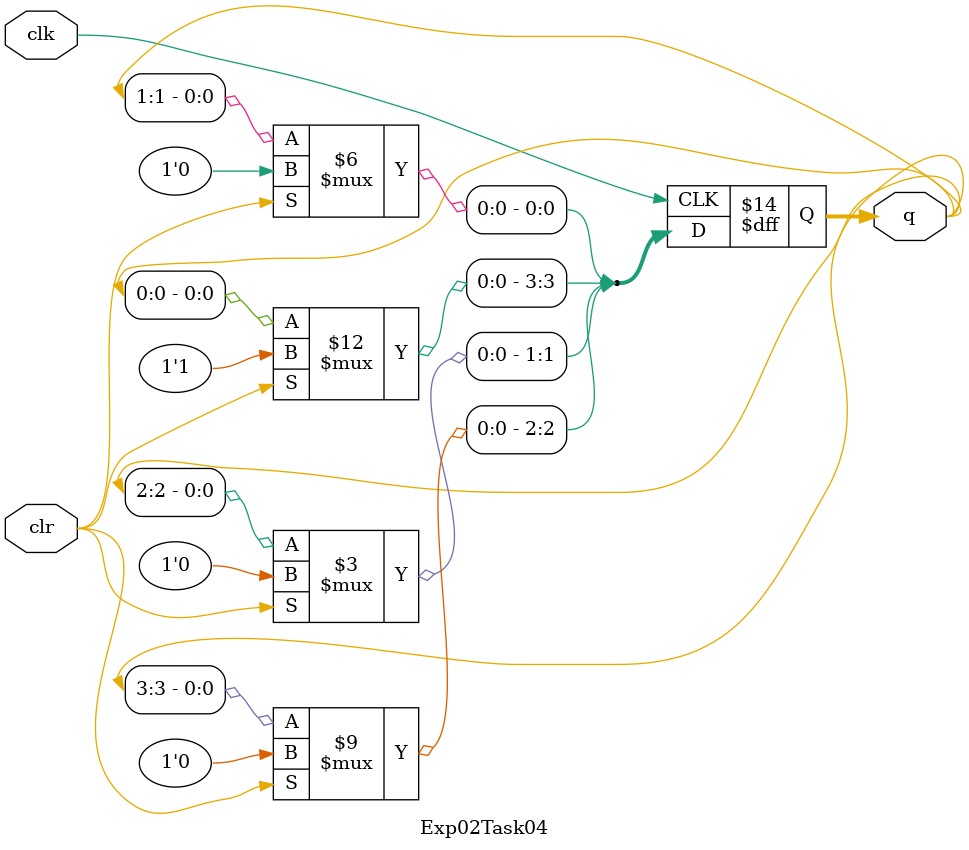
<source format=v>
module Exp02Task04 (clk , clr , q);

input clk,clr;
output reg [3:0]q;

always @(posedge clk)
   if(clr)
		q = 4'b1000;
	else
		begin
			q[3]<=q[0];
			q[2]<=q[3];
			q[1]<=q[2];
			q[0]<=q[1];
		end
endmodule
</source>
